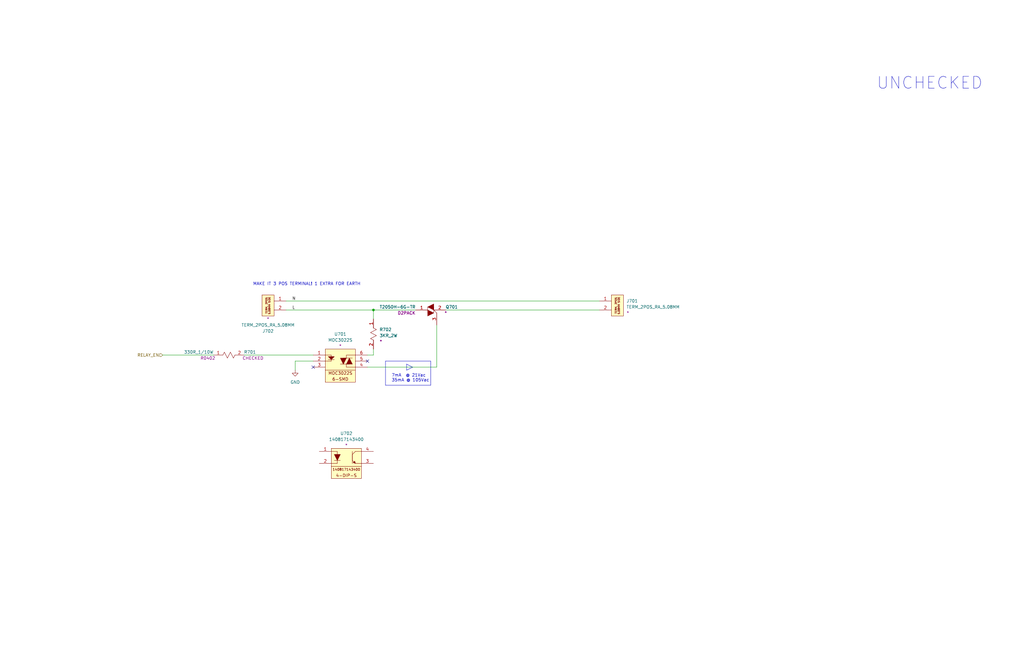
<source format=kicad_sch>
(kicad_sch (version 20230121) (generator eeschema)
  (paper "B")
  (lib_symbols
    (symbol "_SCHLIB_HotPlate:ISOLATOR_140817143400"
      (property "Reference" "U" (at 2.54 2.54 0))
      (property "Value" "140817143400" (at 2.54 5.08 0))
      (property "SCH CHECK" "*" (at 2.54 20.32 0))
      (symbol "ISOLATOR_140817143400_0_0"
        (polyline (pts (xy 13.97 -1.27) (xy 13.97 -6.35)))
        (polyline (pts (xy 17.78 -1.27) (xy 15.24 -1.27) (xy 15.24 -1.27)))
        (polyline (pts (xy 14.9738 -5.3631) (xy 14.2597 -5.98) (xy 15.2527 -6.3543) (xy 14.978 -5.3589)) (fill (type outline)))
        (polyline (pts (xy 15.24 -1.27) (xy 13.97 -2.54) (xy 13.97 -5.08) (xy 15.24 -6.35)))
        (text "140817143400" (at 11.43 -8.89 0) (effects (font (size 1.016 1.016))))
        (text "4-DIP-S" (at 11.43 -11.43 0) (effects (font (size 1.27 1.27))))
      )
      (symbol "ISOLATOR_140817143400_0_1"
        (polyline (pts (xy 5.08 -7.62) (xy 17.78 -7.62)))
        (polyline (pts (xy 6.35 -5.08) (xy 8.89 -5.08)))
        (polyline (pts (xy 17.78 -6.35) (xy 15.24 -6.35) (xy 15.24 -6.35)))
        (polyline (pts (xy 5.08 -1.27) (xy 7.62 -1.27) (xy 7.62 -6.35) (xy 5.08 -6.35)))
        (polyline (pts (xy 6.35 -2.54) (xy 8.89 -2.54) (xy 7.62 -5.08) (xy 6.35 -2.54)) (fill (type outline)))
        (rectangle (start 5.08 0) (end 17.78 -12.7) (fill (type background)))
      )
      (symbol "ISOLATOR_140817143400_1_1"
        (pin passive line (at 0 -1.27 0) (length 5.08) (name "") (number "1"))
        (pin passive line (at 0 -6.35 0) (length 5.08) (name "") (number "2"))
        (pin passive line (at 22.86 -6.35 180) (length 5.08) (name "") (number "3"))
        (pin passive line (at 22.86 -1.27 180) (length 5.08) (name "") (number "4"))
      )
    )
    (symbol "_SCHLIB_HotPlate:ISOLATOR_MOC3022S"
      (property "Reference" "U" (at 2.54 3.81 0))
      (property "Value" "MOC3022S" (at 2.54 6.35 0))
      (property "SCH CHECK" "*" (at 2.54 21.59 0))
      (symbol "ISOLATOR_MOC3022S_0_0"
        (text "6-SMD" (at 6.35 -12.7 0) (effects (font (size 1.27 1.27))))
        (text "MOC3022S" (at 6.35 -10.16 0) (effects (font (size 1.27 1.27))))
      )
      (symbol "ISOLATOR_MOC3022S_0_1"
        (polyline (pts (xy 0 -8.89) (xy 12.7 -8.89)))
        (polyline (pts (xy 1.27 -4.445) (xy 3.81 -4.445)))
        (polyline (pts (xy 6.35 -6.35) (xy 10.16 -6.35)))
        (polyline (pts (xy 7.62 -3.81) (xy 11.43 -3.81)))
        (polyline (pts (xy 12.7 -7.62) (xy 8.89 -7.62) (xy 8.89 -6.35)))
        (polyline (pts (xy 12.7 -2.54) (xy 8.89 -2.54) (xy 8.89 -3.81)))
        (polyline (pts (xy 0 -2.54) (xy 2.54 -2.54) (xy 2.54 -5.08) (xy 0 -5.08)))
        (polyline (pts (xy 1.27 -3.175) (xy 3.81 -3.175) (xy 2.54 -4.445) (xy 1.27 -3.175)) (fill (type outline)))
        (polyline (pts (xy 7.62 -6.35) (xy 8.89 -3.81) (xy 6.35 -3.81) (xy 7.62 -6.35)) (fill (type outline)))
        (polyline (pts (xy 10.16 -3.81) (xy 8.89 -6.35) (xy 11.43 -6.35) (xy 10.16 -3.81)) (fill (type outline)))
        (rectangle (start 0 0) (end 12.7 -13.97) (fill (type background)))
      )
      (symbol "ISOLATOR_MOC3022S_1_1"
        (pin passive line (at -5.08 -2.54 0) (length 5.08) (name "") (number "1"))
        (pin passive line (at -5.08 -5.08 0) (length 5.08) (name "") (number "2"))
        (pin passive line (at -5.08 -7.62 0) (length 5.08) (name "") (number "3"))
        (pin passive line (at 17.78 -7.62 180) (length 5.08) (name "") (number "4"))
        (pin passive line (at 17.78 -5.08 180) (length 5.08) (name "") (number "5"))
        (pin passive line (at 17.78 -2.54 180) (length 5.08) (name "") (number "6"))
      )
    )
    (symbol "_SCHLIB_HotPlate:Q_T2050H-6G-TR"
      (property "Reference" "Q" (at 2.54 3.81 0))
      (property "Value" "T2050H-6G-TR" (at 2.54 6.35 0))
      (property "SCH CHECK" "*" (at 2.54 21.59 0))
      (property "Package" "D2PACK" (at 2.54 24.13 0))
      (symbol "Q_T2050H-6G-TR_0_1"
        (polyline (pts (xy 5.08 1.27) (xy 5.08 -1.27)))
        (polyline (pts (xy 7.62 0) (xy 8.89 -1.27)))
        (polyline (pts (xy 7.62 1.27) (xy 7.62 -1.27)))
        (polyline (pts (xy 5.08 0) (xy 7.62 -1.27) (xy 5.08 -2.54) (xy 5.08 0)) (fill (type outline)))
        (polyline (pts (xy 5.08 1.27) (xy 7.62 0) (xy 7.62 2.54) (xy 5.08 1.27)) (fill (type outline)))
      )
      (symbol "Q_T2050H-6G-TR_1_1"
        (pin passive line (at 0 0 0) (length 5.08) (name "") (number "1"))
        (pin passive line (at 12.7 0 180) (length 5.08) (name "") (number "2"))
        (pin passive line (at 8.89 -6.35 90) (length 5.08) (name "") (number "3"))
      )
    )
    (symbol "_SCHLIB_HotPlate:RES_330R_1/10W-R0402"
      (property "Reference" "R" (at 3.81 5.08 0))
      (property "Value" "330R_1{slash}10W" (at 3.81 7.62 0))
      (property "SCH CHECK" "CHECKED" (at 3.81 22.86 0))
      (property "Package" "R0402" (at 3.81 25.4 0))
      (symbol "RES_330R_1/10W-R0402_0_0"
        (polyline (pts (xy 3.81 0) (xy 4.445 1.27) (xy 5.715 -1.27) (xy 6.985 1.27) (xy 8.255 -1.27) (xy 8.89 0)))
      )
      (symbol "RES_330R_1/10W-R0402_1_1"
        (pin passive line (at 0 0 0) (length 3.81) (name "") (number "1"))
        (pin passive line (at 12.7 0 180) (length 3.81) (name "") (number "2"))
      )
    )
    (symbol "_SCHLIB_HotPlate:RES_3KR_2W"
      (property "Reference" "R" (at 3.81 3.81 0))
      (property "Value" "3KR_2W" (at 3.81 6.35 0))
      (property "SCH CHECK" "*" (at 3.81 21.59 0))
      (symbol "RES_3KR_2W_0_0"
        (polyline (pts (xy 3.81 0) (xy 4.445 1.27) (xy 5.715 -1.27) (xy 6.985 1.27) (xy 8.255 -1.27) (xy 8.89 0)))
      )
      (symbol "RES_3KR_2W_1_1"
        (pin passive line (at 0 0 0) (length 3.81) (name "") (number "1"))
        (pin passive line (at 12.7 0 180) (length 3.81) (name "") (number "2"))
      )
    )
    (symbol "_SCHLIB_HotPlate:TERM_2POS_5.08MM"
      (property "Reference" "J" (at 3.81 3.81 0))
      (property "Value" "TERM_2POS_RA_5.08MM" (at 3.81 6.35 0))
      (property "SCH CHECK" "*" (at 3.81 21.59 0))
      (symbol "TERM_2POS_5.08MM_0_1"
        (rectangle (start 0 0) (end 5.08 -8.89) (fill (type background)))
        (text "TERM, 2POS\n5.08MM SIDE" (at 2.5547 -4.4595 900) (effects (font (size 0.762 0.762))))
      )
      (symbol "TERM_2POS_5.08MM_1_1"
        (pin passive line (at -5.08 -2.54 0) (length 5.08) (name "") (number "1"))
        (pin passive line (at -5.08 -6.35 0) (length 5.08) (name "") (number "2"))
      )
    )
    (symbol "power:GND" (power) (pin_names (offset 0))
      (property "Value" "GND" (at 0 -3.81 0))
      (symbol "GND_0_1"
        (polyline (pts (xy 0 0) (xy 0 -1.27) (xy 1.27 -1.27) (xy 0 -2.54) (xy -1.27 -1.27) (xy 0 -1.27)))
      )
      (symbol "GND_1_1"
        (pin power_in line (at 0 0 270) (length 0) hide (name "GND") (number "1"))
      )
    )
  )
  (junction (at 157.48 130.81))
  (no_connect (at 154.94 152.4))
  (no_connect (at 132.08 154.94))
  (wire (pts (xy 154.94 154.94) (xy 184.15 154.94)))
  (wire (pts (xy 120.65 130.81) (xy 157.48 130.81)))
  (wire (pts (xy 124.46 156.21) (xy 124.46 152.4)))
  (polyline (pts (xy 162.56 162.56) (xy 181.61 162.56)))
  (wire (pts (xy 157.48 149.86) (xy 157.48 147.32)))
  (polyline (pts (xy 171.45 153.67) (xy 171.45 156.21)))
  (wire (pts (xy 157.48 134.62) (xy 157.48 130.81)))
  (polyline (pts (xy 162.56 152.4) (xy 181.61 152.4)))
  (wire (pts (xy 102.87 149.86) (xy 132.08 149.86)))
  (polyline (pts (xy 181.61 162.56) (xy 181.61 152.4)))
  (polyline (pts (xy 171.45 153.67) (xy 173.99 154.94)))
  (wire (pts (xy 184.15 154.94) (xy 184.15 137.16)))
  (wire (pts (xy 124.46 152.4) (xy 132.08 152.4)))
  (polyline (pts (xy 171.45 156.21) (xy 173.99 154.94)))
  (wire (pts (xy 68.58 149.86) (xy 90.17 149.86)))
  (wire (pts (xy 154.94 149.86) (xy 157.48 149.86)))
  (wire (pts (xy 187.96 130.81) (xy 252.73 130.81)))
  (wire (pts (xy 120.65 127) (xy 252.73 127)))
  (polyline (pts (xy 162.56 152.4) (xy 162.56 162.56)))
  (wire (pts (xy 157.48 130.81) (xy 175.26 130.81)))
  (text "MAKE IT 3 POS TERMINAL! 1 EXTRA FOR EARTH" (at 106.68 120.65 0) (effects (font (size 1.27 1.27)) (justify left bottom)))
  (text "UNCHECKED" (at 369.57 38.1 0) (effects (font (size 5 5)) (justify left bottom)))
  (text "7mA  @ 21Vac\n35mA @ 105Vac" (at 165.1 161.29 0) (effects (font (size 1.27 1.27)) (justify left bottom)))
  (label "L" (at 123.19 130.81 0))
  (label "N" (at 123.19 127 0))
  (hierarchical_label "RELAY_EN" (shape input) (at 68.58 149.86 180))
  (symbol (lib_id "_SCHLIB_HotPlate:TERM_2POS_5.08MM") (at 115.57 124.46 0) (mirror y) (unit 1)
    (property "Reference" "J702" (at 113.03 139.7 0))
    (property "Value" "TERM_2POS_RA_5.08MM" (at 113.03 137.16 0))
    (property "Footprint" "TerminalBlock_Phoenix:TerminalBlock_Phoenix_MKDS-1,5-2-5.08_1x02_P5.08mm_Horizontal" (effects hide))
    (property "Datasheet" "https://media.digikey.com/pdf/Data%20Sheets/Weidmuller%20PDFs/1760490000.pdf" (effects hide))
    (property "Description" "2 Position Wire to Board Terminal Block Horizontal with Board 0.200\" (5.08mm) Through Hole" (effects hide))
    (property "Part Number" "1760490000" (effects hide))
    (property "Link" "https://www.digikey.ca/en/products/detail/weidm%C3%BCller/1760490000/492888" (effects hide))
    (property "SCH CHECK" "*" (at 113.03 134.62 0))
  )
  (symbol (lib_id "power:GND") (at 124.46 156.21 0) (unit 1)
    (property "Reference" "#PWR0701" (effects hide))
    (property "Value" "GND" (at 124.46 161.29 0))
  )
  (symbol (lib_id "_SCHLIB_HotPlate:Q_T2050H-6G-TR") (at 175.26 130.81 0) (unit 1)
    (property "Reference" "Q701" (at 190.5 129.54 0))
    (property "Value" "T2050H-6G-TR" (at 167.64 129.54 0))
    (property "Footprint" "Package_TO_SOT_SMD:TO-263-2" (effects hide))
    (property "Datasheet" "https://www.st.com/content/ccc/resource/technical/document/datasheet/ee/23/88/1f/ec/4d/43/34/CD00161297.pdf/files/CD00161297.pdf/jcr:content/translations/en.CD00161297.pdf" (effects hide))
    (property "Description" "TRIAC Alternistor - Snubberless 600 V 20 A Surface Mount D2PAK" (effects hide))
    (property "Part Number" "T2050H-6G-TR" (effects hide))
    (property "Link" "https://www.digikey.ca/en/products/detail/stmicroelectronics/T2050H-6G-TR/7313726" (effects hide))
    (property "SCH CHECK" "*" (at 187.96 132.08 0))
    (property "Package" "D2PACK" (at 171.45 132.08 0))
  )
  (symbol (lib_id "_SCHLIB_HotPlate:RES_3KR_2W") (at 157.48 134.62 270) (unit 1)
    (property "Reference" "R702" (at 160.02 139.065 90) (effects (justify left)))
    (property "Value" "3KR_2W" (at 160.02 141.605 90) (effects (justify left)))
    (property "Footprint" "Resistor_THT:R_Axial_DIN0411_L9.9mm_D3.6mm_P5.08mm_Vertical" (effects hide))
    (property "Datasheet" "https://www.te.com/usa-en/product-9-1879352-6.datasheet.pdf" (effects hide))
    (property "Description" "3 kOhms ±5% 2W Through Hole Resistor Axial Flame Retardant Coating, Pulse Withstanding, Safety Metal Film" (effects hide))
    (property "Part Number" "RR02J3K0TB" (effects hide))
    (property "Link" "https://www.digikey.ca/en/products/detail/te-connectivity-passive-product/RR02J3K0TB/2385002" (effects hide))
    (property "SCH CHECK" "*" (at 160.02 144.145 90) (effects (justify left)))
  )
  (symbol (lib_id "_SCHLIB_HotPlate:ISOLATOR_140817143400") (at 134.62 189.23 0) (unit 1)
    (property "Reference" "U702" (at 146.05 182.88 0))
    (property "Value" "140817143400" (at 146.05 185.42 0))
    (property "Footprint" "Package_DIP:SMDIP-4_W7.62mm" (effects hide))
    (property "Datasheet" "https://www.we-online.com/catalog/datasheet/140817143400.pdf" (effects hide))
    (property "Description" "Optoisolator Transistor Output 5000Vrms 1 Channel 4-DIP-S" (effects hide))
    (property "Part Number" "140817143400" (effects hide))
    (property "Link" "https://www.digikey.ca/en/products/detail/w%C3%BCrth-elektronik/140817143400/13584809" (effects hide))
    (property "SCH CHECK" "*" (at 146.05 187.96 0))
  )
  (symbol (lib_id "_SCHLIB_HotPlate:ISOLATOR_MOC3022S") (at 137.16 147.32 0) (unit 1)
    (property "Reference" "U701" (at 143.51 140.97 0))
    (property "Value" "MOC3022S" (at 143.51 143.51 0))
    (property "Footprint" "Package_DIP:SMDIP-6_W7.62mm" (effects hide))
    (property "Datasheet" "https://optoelectronics.liteon.com/upload/download/DS-70-99-0019/MOC302X%20series%20201606.pdf" (effects hide))
    (property "Description" "Optoisolator Triac Output 5000Vrms 1 Channel 6-SMD" (effects hide))
    (property "Part Number" "MOC3022S" (effects hide))
    (property "Link" "https://www.digikey.ca/en/products/detail/liteon/MOC3022S/385847" (effects hide))
    (property "SCH CHECK" "*" (at 143.51 146.05 0))
  )
  (symbol (lib_id "_SCHLIB_HotPlate:TERM_2POS_5.08MM") (at 257.81 124.46 0) (unit 1)
    (property "Reference" "J701" (at 264.16 127 0) (effects (justify left)))
    (property "Value" "TERM_2POS_RA_5.08MM" (at 264.16 129.54 0) (effects (justify left)))
    (property "Footprint" "TerminalBlock_Phoenix:TerminalBlock_Phoenix_MKDS-1,5-2-5.08_1x02_P5.08mm_Horizontal" (effects hide))
    (property "Datasheet" "https://media.digikey.com/pdf/Data%20Sheets/Weidmuller%20PDFs/1760490000.pdf" (effects hide))
    (property "Description" "2 Position Wire to Board Terminal Block Horizontal with Board 0.200\" (5.08mm) Through Hole" (effects hide))
    (property "Part Number" "1760490000" (effects hide))
    (property "Link" "https://www.digikey.ca/en/products/detail/weidm%C3%BCller/1760490000/492888" (effects hide))
    (property "SCH CHECK" "*" (at 264.16 132.08 0) (effects (justify left)))
  )
  (symbol (lib_id "_SCHLIB_HotPlate:RES_330R_1/10W-R0402") (at 90.17 149.86 0) (unit 1)
    (property "Reference" "R701" (at 105.41 148.59 0))
    (property "Value" "330R_1/10W" (at 83.82 148.59 0))
    (property "Footprint" "Resistor_SMD:R_0402_1005Metric" (effects hide))
    (property "Datasheet" "https://industrial.panasonic.com/cdbs/www-data/pdf/RDA0000/AOA0000C304.pdf" (effects hide))
    (property "Description" "330 Ohms ±1% 0.1W, 1/10W Chip Resistor 0402 (1005 Metric) Automotive AEC-Q200 Thick Film" (effects hide))
    (property "Part Number" "ERJ-2RKF3300X" (effects hide))
    (property "Link" "https://www.digikey.ca/en/products/detail/panasonic-electronic-components/ERJ-2RKF3300X/1746189" (effects hide))
    (property "SCH CHECK" "CHECKED" (at 106.68 151.13 0))
    (property "Package" "R0402" (at 87.63 151.13 0))
  )
)
</source>
